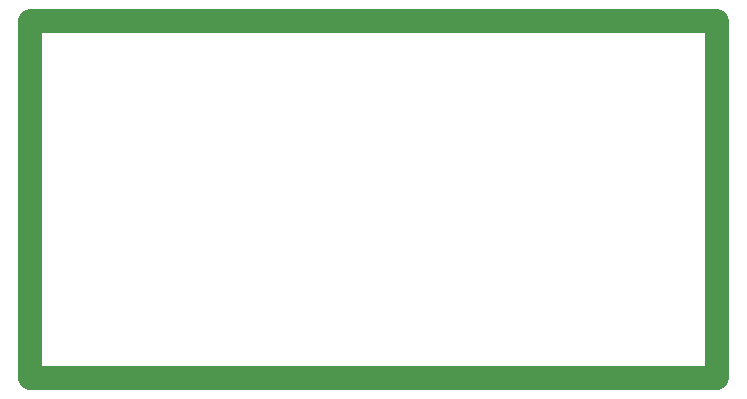
<source format=gko>
G75*
%MOIN*%
%OFA0B0*%
%FSLAX25Y25*%
%IPPOS*%
%LPD*%
%AMOC8*
5,1,8,0,0,1.08239X$1,22.5*
%
%ADD10C,0.07874*%
D10*
X0005256Y0027633D02*
X0234531Y0027633D01*
X0234531Y0146483D01*
X0005256Y0146483D01*
X0005256Y0027633D01*
M02*

</source>
